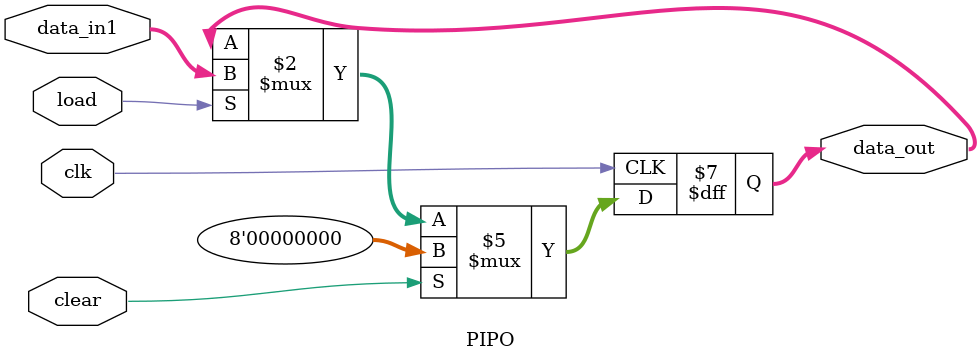
<source format=v>
`timescale 1ns / 1ps

//multiplicand unit
module PIPO(
    output reg [7:0] data_out,
    input wire [7:0] data_in1,
    input wire clk, 
    input wire load,
    input wire clear 
    );

    always @(posedge clk) begin
        if(clear) data_out<= 8'b000_0000;
        else if(load) data_out<= data_in1;
    end
endmodule //PIPO

</source>
